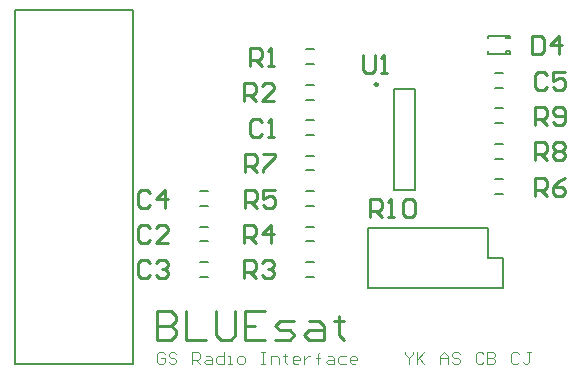
<source format=gto>
%FSLAX25Y25*%
%MOIN*%
G70*
G01*
G75*
G04 Layer_Color=65535*
%ADD10O,0.08661X0.02362*%
%ADD11R,0.03937X0.05709*%
%ADD12R,0.05709X0.02165*%
%ADD13C,0.01000*%
%ADD14R,0.04724X0.04724*%
%ADD15C,0.04724*%
%ADD16C,0.09843*%
%ADD17C,0.02756*%
%ADD18C,0.00984*%
%ADD19C,0.00787*%
%ADD20C,0.00394*%
D13*
X175076Y162156D02*
Y157158D01*
X176076Y156158D01*
X178075D01*
X179075Y157158D01*
Y162156D01*
X181074Y156158D02*
X183074D01*
X182074D01*
Y162156D01*
X181074Y161157D01*
X135529Y99385D02*
Y105383D01*
X138528D01*
X139528Y104383D01*
Y102384D01*
X138528Y101384D01*
X135529D01*
X137529D02*
X139528Y99385D01*
X144526D02*
Y105383D01*
X141527Y102384D01*
X145526D01*
X135559Y111174D02*
Y117172D01*
X138558D01*
X139558Y116172D01*
Y114173D01*
X138558Y113173D01*
X135559D01*
X137558D02*
X139558Y111174D01*
X145556Y117172D02*
X141557D01*
Y114173D01*
X143556Y115173D01*
X144556D01*
X145556Y114173D01*
Y112174D01*
X144556Y111174D01*
X142557D01*
X141557Y112174D01*
X135485Y87574D02*
Y93572D01*
X138484D01*
X139484Y92572D01*
Y90573D01*
X138484Y89573D01*
X135485D01*
X137484D02*
X139484Y87574D01*
X141483Y92572D02*
X142483Y93572D01*
X144482D01*
X145482Y92572D01*
Y91573D01*
X144482Y90573D01*
X143482D01*
X144482D01*
X145482Y89573D01*
Y88574D01*
X144482Y87574D01*
X142483D01*
X141483Y88574D01*
X232400Y138700D02*
Y144698D01*
X235399D01*
X236399Y143698D01*
Y141699D01*
X235399Y140699D01*
X232400D01*
X234399D02*
X236399Y138700D01*
X238398Y139700D02*
X239398Y138700D01*
X241397D01*
X242397Y139700D01*
Y143698D01*
X241397Y144698D01*
X239398D01*
X238398Y143698D01*
Y142699D01*
X239398Y141699D01*
X242397D01*
X232400Y126900D02*
Y132898D01*
X235399D01*
X236399Y131898D01*
Y129899D01*
X235399Y128899D01*
X232400D01*
X234399D02*
X236399Y126900D01*
X238398Y131898D02*
X239398Y132898D01*
X241397D01*
X242397Y131898D01*
Y130899D01*
X241397Y129899D01*
X242397Y128899D01*
Y127900D01*
X241397Y126900D01*
X239398D01*
X238398Y127900D01*
Y128899D01*
X239398Y129899D01*
X238398Y130899D01*
Y131898D01*
X239398Y129899D02*
X241397D01*
X232400Y115100D02*
Y121098D01*
X235399D01*
X236399Y120098D01*
Y118099D01*
X235399Y117099D01*
X232400D01*
X234399D02*
X236399Y115100D01*
X242397Y121098D02*
X240397Y120098D01*
X238398Y118099D01*
Y116100D01*
X239398Y115100D01*
X241397D01*
X242397Y116100D01*
Y117099D01*
X241397Y118099D01*
X238398D01*
X177450Y107888D02*
Y113886D01*
X180449D01*
X181449Y112887D01*
Y110887D01*
X180449Y109888D01*
X177450D01*
X179450D02*
X181449Y107888D01*
X183449D02*
X185448D01*
X184448D01*
Y113886D01*
X183449Y112887D01*
X188447D02*
X189446Y113886D01*
X191446D01*
X192446Y112887D01*
Y108888D01*
X191446Y107888D01*
X189446D01*
X188447Y108888D01*
Y112887D01*
X135485Y146622D02*
Y152620D01*
X138484D01*
X139484Y151620D01*
Y149621D01*
X138484Y148621D01*
X135485D01*
X137484D02*
X139484Y146622D01*
X145482D02*
X141483D01*
X145482Y150621D01*
Y151620D01*
X144482Y152620D01*
X142483D01*
X141483Y151620D01*
X137485Y158422D02*
Y164420D01*
X140484D01*
X141484Y163420D01*
Y161421D01*
X140484Y160421D01*
X137485D01*
X139484D02*
X141484Y158422D01*
X143483D02*
X145482D01*
X144483D01*
Y164420D01*
X143483Y163420D01*
X135559Y122974D02*
Y128972D01*
X138558D01*
X139558Y127972D01*
Y125973D01*
X138558Y124973D01*
X135559D01*
X137558D02*
X139558Y122974D01*
X141557Y128972D02*
X145556D01*
Y127972D01*
X141557Y123974D01*
Y122974D01*
X104095Y104354D02*
X103095Y105354D01*
X101096D01*
X100096Y104354D01*
Y100356D01*
X101096Y99356D01*
X103095D01*
X104095Y100356D01*
X110093Y99356D02*
X106094D01*
X110093Y103355D01*
Y104354D01*
X109093Y105354D01*
X107094D01*
X106094Y104354D01*
X104073Y116146D02*
X103073Y117146D01*
X101074D01*
X100074Y116146D01*
Y112148D01*
X101074Y111148D01*
X103073D01*
X104073Y112148D01*
X109071Y111148D02*
Y117146D01*
X106072Y114147D01*
X110071D01*
X104047Y92520D02*
X103047Y93520D01*
X101048D01*
X100048Y92520D01*
Y88522D01*
X101048Y87522D01*
X103047D01*
X104047Y88522D01*
X106046Y92520D02*
X107046Y93520D01*
X109045D01*
X110045Y92520D01*
Y91521D01*
X109045Y90521D01*
X108045D01*
X109045D01*
X110045Y89521D01*
Y88522D01*
X109045Y87522D01*
X107046D01*
X106046Y88522D01*
X236399Y155498D02*
X235399Y156498D01*
X233400D01*
X232400Y155498D01*
Y151500D01*
X233400Y150500D01*
X235399D01*
X236399Y151500D01*
X242397Y156498D02*
X238398D01*
Y153499D01*
X240397Y154499D01*
X241397D01*
X242397Y153499D01*
Y151500D01*
X241397Y150500D01*
X239398D01*
X238398Y151500D01*
X141484Y139820D02*
X140484Y140820D01*
X138485D01*
X137485Y139820D01*
Y135822D01*
X138485Y134822D01*
X140484D01*
X141484Y135822D01*
X143483Y134822D02*
X145482D01*
X144483D01*
Y140820D01*
X143483Y139820D01*
X231337Y168383D02*
Y162385D01*
X234336D01*
X235336Y163385D01*
Y167383D01*
X234336Y168383D01*
X231337D01*
X240334Y162385D02*
Y168383D01*
X237335Y165384D01*
X241334D01*
X106299Y76768D02*
Y66929D01*
X111219D01*
X112859Y68569D01*
Y70209D01*
X111219Y71849D01*
X106299D01*
X111219D01*
X112859Y73489D01*
Y75129D01*
X111219Y76768D01*
X106299D01*
X116139D02*
Y66929D01*
X122698D01*
X125978Y76768D02*
Y68569D01*
X127618Y66929D01*
X130898D01*
X132537Y68569D01*
Y76768D01*
X142377D02*
X135817D01*
Y66929D01*
X142377D01*
X135817Y71849D02*
X139097D01*
X145657Y66929D02*
X150576D01*
X152216Y68569D01*
X150576Y70209D01*
X147297D01*
X145657Y71849D01*
X147297Y73489D01*
X152216D01*
X157136D02*
X160416D01*
X162056Y71849D01*
Y66929D01*
X157136D01*
X155496Y68569D01*
X157136Y70209D01*
X162056D01*
X166975Y75129D02*
Y73489D01*
X165335D01*
X168615D01*
X166975D01*
Y68569D01*
X168615Y66929D01*
D18*
X180020Y152205D02*
G03*
X180020Y152205I-492J0D01*
G01*
D19*
X185433Y116929D02*
X192520D01*
X185433Y150787D02*
X192520D01*
Y116929D02*
Y150787D01*
X185433Y116929D02*
Y150787D01*
X176850Y84488D02*
Y104488D01*
Y84488D02*
X221850D01*
Y94488D01*
X216850D02*
X221850D01*
X216850D02*
Y104488D01*
X176850D02*
X216850D01*
X120669Y99902D02*
X123425D01*
X120669Y104823D02*
X123425D01*
X156102Y158957D02*
X158858D01*
X156102Y163878D02*
X158858D01*
X156102Y93012D02*
X158858D01*
X156102Y88090D02*
X158858D01*
X156102Y116634D02*
X158858D01*
X156102Y111713D02*
X158858D01*
X156102Y99902D02*
X158858D01*
X156102Y104823D02*
X158858D01*
X120669Y111713D02*
X123425D01*
X120669Y116634D02*
X123425D01*
X156102Y123524D02*
X158858D01*
X156102Y128445D02*
X158858D01*
X120669Y93012D02*
X123425D01*
X120669Y88090D02*
X123425D01*
X156102Y140256D02*
X158858D01*
X156102Y135335D02*
X158858D01*
X156102Y147146D02*
X158858D01*
X156102Y152067D02*
X158858D01*
X219094Y127461D02*
X221850D01*
X219094Y132382D02*
X221850D01*
X219094Y120571D02*
X221850D01*
X219094Y115650D02*
X221850D01*
X219094Y156004D02*
X221850D01*
X219094Y151083D02*
X221850D01*
X219094Y144193D02*
X221850D01*
X219094Y139272D02*
X221850D01*
X222638Y163189D02*
X224213D01*
X222638Y162402D02*
Y163189D01*
Y167520D02*
Y168307D01*
Y167520D02*
X224213D01*
X216732Y168307D02*
X224213D01*
X216732Y162402D02*
X224213D01*
X216732Y167520D02*
Y168307D01*
X224213Y167520D02*
Y168307D01*
X216732Y162402D02*
Y163189D01*
X224213Y162402D02*
Y163189D01*
X68898Y177165D02*
X98425D01*
X59055D02*
X68898D01*
X59055Y59055D02*
Y177165D01*
Y59055D02*
X98425D01*
Y177165D01*
D20*
X108923Y62335D02*
X108267Y62991D01*
X106955D01*
X106299Y62335D01*
Y59711D01*
X106955Y59055D01*
X108267D01*
X108923Y59711D01*
Y61023D01*
X107611D01*
X112859Y62335D02*
X112203Y62991D01*
X110891D01*
X110235Y62335D01*
Y61679D01*
X110891Y61023D01*
X112203D01*
X112859Y60367D01*
Y59711D01*
X112203Y59055D01*
X110891D01*
X110235Y59711D01*
X118106Y59055D02*
Y62991D01*
X120074D01*
X120730Y62335D01*
Y61023D01*
X120074Y60367D01*
X118106D01*
X119418D02*
X120730Y59055D01*
X122698Y61679D02*
X124010D01*
X124666Y61023D01*
Y59055D01*
X122698D01*
X122042Y59711D01*
X122698Y60367D01*
X124666D01*
X128602Y62991D02*
Y59055D01*
X126634D01*
X125978Y59711D01*
Y61023D01*
X126634Y61679D01*
X128602D01*
X129914Y59055D02*
X131226D01*
X130570D01*
Y61679D01*
X129914D01*
X133849Y59055D02*
X135161D01*
X135817Y59711D01*
Y61023D01*
X135161Y61679D01*
X133849D01*
X133193Y61023D01*
Y59711D01*
X133849Y59055D01*
X141065Y62991D02*
X142377D01*
X141721D01*
Y59055D01*
X141065D01*
X142377D01*
X144345D02*
Y61679D01*
X146313D01*
X146968Y61023D01*
Y59055D01*
X148936Y62335D02*
Y61679D01*
X148280D01*
X149592D01*
X148936D01*
Y59711D01*
X149592Y59055D01*
X153528D02*
X152216D01*
X151560Y59711D01*
Y61023D01*
X152216Y61679D01*
X153528D01*
X154184Y61023D01*
Y60367D01*
X151560D01*
X155496Y61679D02*
Y59055D01*
Y60367D01*
X156152Y61023D01*
X156808Y61679D01*
X157464D01*
X160088Y59055D02*
Y62335D01*
Y61023D01*
X159432D01*
X160744D01*
X160088D01*
Y62335D01*
X160744Y62991D01*
X163367Y61679D02*
X164679D01*
X165335Y61023D01*
Y59055D01*
X163367D01*
X162712Y59711D01*
X163367Y60367D01*
X165335D01*
X169271Y61679D02*
X167303D01*
X166647Y61023D01*
Y59711D01*
X167303Y59055D01*
X169271D01*
X172551D02*
X171239D01*
X170583Y59711D01*
Y61023D01*
X171239Y61679D01*
X172551D01*
X173207Y61023D01*
Y60367D01*
X170583D01*
X188976Y62991D02*
Y62335D01*
X190288Y61023D01*
X191600Y62335D01*
Y62991D01*
X190288Y61023D02*
Y59055D01*
X192912Y62991D02*
Y59055D01*
Y60367D01*
X195536Y62991D01*
X193568Y61023D01*
X195536Y59055D01*
X200784D02*
Y61679D01*
X202096Y62991D01*
X203407Y61679D01*
Y59055D01*
Y61023D01*
X200784D01*
X207343Y62335D02*
X206687Y62991D01*
X205375D01*
X204719Y62335D01*
Y61679D01*
X205375Y61023D01*
X206687D01*
X207343Y60367D01*
Y59711D01*
X206687Y59055D01*
X205375D01*
X204719Y59711D01*
X215215Y62335D02*
X214559Y62991D01*
X213247D01*
X212591Y62335D01*
Y59711D01*
X213247Y59055D01*
X214559D01*
X215215Y59711D01*
X216527Y62991D02*
Y59055D01*
X218494D01*
X219150Y59711D01*
Y60367D01*
X218494Y61023D01*
X216527D01*
X218494D01*
X219150Y61679D01*
Y62335D01*
X218494Y62991D01*
X216527D01*
X227022Y62335D02*
X226366Y62991D01*
X225054D01*
X224398Y62335D01*
Y59711D01*
X225054Y59055D01*
X226366D01*
X227022Y59711D01*
X230958Y62991D02*
X229646D01*
X230302D01*
Y59711D01*
X229646Y59055D01*
X228990D01*
X228334Y59711D01*
M02*

</source>
